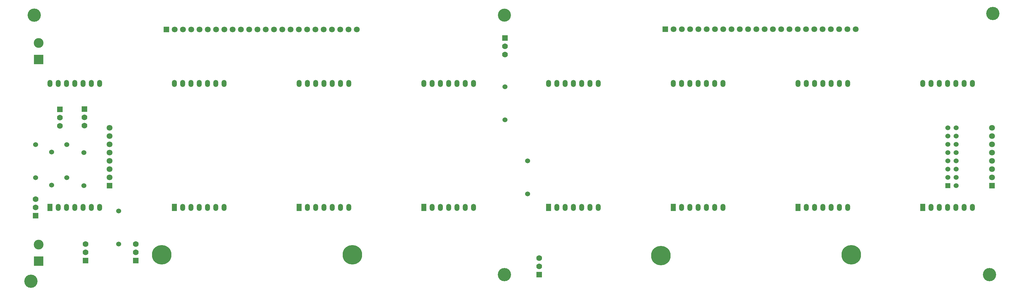
<source format=gts>
G04 (created by PCBNEW (2013-07-07 BZR 4022)-stable) date 3/3/2015 12:04:11 PM*
%MOIN*%
G04 Gerber Fmt 3.4, Leading zero omitted, Abs format*
%FSLAX34Y34*%
G01*
G70*
G90*
G04 APERTURE LIST*
%ADD10C,0.00590551*%
%ADD11R,0.0708661X0.0708661*%
%ADD12C,0.0708661*%
%ADD13C,0.06*%
%ADD14R,0.0590551X0.0866142*%
%ADD15O,0.0590551X0.0866142*%
%ADD16R,0.06X0.06*%
%ADD17R,0.1181X0.1181*%
%ADD18C,0.1181*%
%ADD19C,0.07*%
%ADD20R,0.07X0.07*%
%ADD21C,0.23622*%
%ADD22C,0.16*%
%ADD23C,0.15748*%
G04 APERTURE END LIST*
G54D10*
G54D11*
X34476Y-52409D03*
G54D12*
X34476Y-51409D03*
X34476Y-50409D03*
X34476Y-49409D03*
X34476Y-48409D03*
X34476Y-47409D03*
X34476Y-46409D03*
X34476Y-45409D03*
G54D11*
X41358Y-33503D03*
G54D12*
X42358Y-33503D03*
X43358Y-33503D03*
X44358Y-33503D03*
X45358Y-33503D03*
X46358Y-33503D03*
X47358Y-33503D03*
X48358Y-33503D03*
X49358Y-33503D03*
X50358Y-33503D03*
X51358Y-33503D03*
X52358Y-33503D03*
X53358Y-33503D03*
X54358Y-33503D03*
X55358Y-33503D03*
X56358Y-33503D03*
X57358Y-33503D03*
X58358Y-33503D03*
X59358Y-33503D03*
X60358Y-33503D03*
X61358Y-33503D03*
X62358Y-33503D03*
X63358Y-33503D03*
X64358Y-33503D03*
G54D11*
X101633Y-33484D03*
G54D12*
X102633Y-33484D03*
X103633Y-33484D03*
X104633Y-33484D03*
X105633Y-33484D03*
X106633Y-33484D03*
X107633Y-33484D03*
X108633Y-33484D03*
X109633Y-33484D03*
X110633Y-33484D03*
X111633Y-33484D03*
X112633Y-33484D03*
X113633Y-33484D03*
X114633Y-33484D03*
X115633Y-33484D03*
X116633Y-33484D03*
X117633Y-33484D03*
X118633Y-33484D03*
X119633Y-33484D03*
X120633Y-33484D03*
X121633Y-33484D03*
X122633Y-33484D03*
X123633Y-33484D03*
X124633Y-33484D03*
G54D13*
X31393Y-48433D03*
X31393Y-52433D03*
X29330Y-47456D03*
X29330Y-51456D03*
X82251Y-40456D03*
X82251Y-44456D03*
X84976Y-53433D03*
X84976Y-49433D03*
X27476Y-52366D03*
X27476Y-48366D03*
X25562Y-51456D03*
X25562Y-47456D03*
X35600Y-59475D03*
X35600Y-55475D03*
G54D14*
X117649Y-55059D03*
G54D15*
X118649Y-55059D03*
X119649Y-55059D03*
X120649Y-55059D03*
X121649Y-55059D03*
X122649Y-55059D03*
X123649Y-55059D03*
X123649Y-40059D03*
X122649Y-40059D03*
X121649Y-40059D03*
X120649Y-40059D03*
X119649Y-40059D03*
X118649Y-40059D03*
X117649Y-40059D03*
G54D14*
X42334Y-55059D03*
G54D15*
X43334Y-55059D03*
X44334Y-55059D03*
X45334Y-55059D03*
X46334Y-55059D03*
X47334Y-55059D03*
X48334Y-55059D03*
X48334Y-40059D03*
X47334Y-40059D03*
X46334Y-40059D03*
X45334Y-40059D03*
X44334Y-40059D03*
X43334Y-40059D03*
X42334Y-40059D03*
G54D14*
X72452Y-55059D03*
G54D15*
X73452Y-55059D03*
X74452Y-55059D03*
X75452Y-55059D03*
X76452Y-55059D03*
X77452Y-55059D03*
X78452Y-55059D03*
X78452Y-40059D03*
X77452Y-40059D03*
X76452Y-40059D03*
X75452Y-40059D03*
X74452Y-40059D03*
X73452Y-40059D03*
X72452Y-40059D03*
G54D14*
X102590Y-55059D03*
G54D15*
X103590Y-55059D03*
X104590Y-55059D03*
X105590Y-55059D03*
X106590Y-55059D03*
X107590Y-55059D03*
X108590Y-55059D03*
X108590Y-40059D03*
X107590Y-40059D03*
X106590Y-40059D03*
X105590Y-40059D03*
X104590Y-40059D03*
X103590Y-40059D03*
X102590Y-40059D03*
G54D14*
X87511Y-55059D03*
G54D15*
X88511Y-55059D03*
X89511Y-55059D03*
X90511Y-55059D03*
X91511Y-55059D03*
X92511Y-55059D03*
X93511Y-55059D03*
X93511Y-40059D03*
X92511Y-40059D03*
X91511Y-40059D03*
X90511Y-40059D03*
X89511Y-40059D03*
X88511Y-40059D03*
X87511Y-40059D03*
G54D14*
X57393Y-55059D03*
G54D15*
X58393Y-55059D03*
X59393Y-55059D03*
X60393Y-55059D03*
X61393Y-55059D03*
X62393Y-55059D03*
X63393Y-55059D03*
X63393Y-40059D03*
X62393Y-40059D03*
X61393Y-40059D03*
X60393Y-40059D03*
X59393Y-40059D03*
X58393Y-40059D03*
X57393Y-40059D03*
G54D14*
X27295Y-55059D03*
G54D15*
X28295Y-55059D03*
X29295Y-55059D03*
X30295Y-55059D03*
X31295Y-55059D03*
X32295Y-55059D03*
X33295Y-55059D03*
X33295Y-40059D03*
X32295Y-40059D03*
X31295Y-40059D03*
X30295Y-40059D03*
X29295Y-40059D03*
X28295Y-40059D03*
X27295Y-40059D03*
G54D14*
X132708Y-55059D03*
G54D15*
X133708Y-55059D03*
X134708Y-55059D03*
X135708Y-55059D03*
X136708Y-55059D03*
X137708Y-55059D03*
X138708Y-55059D03*
X138708Y-40059D03*
X137708Y-40059D03*
X136708Y-40059D03*
X135708Y-40059D03*
X134708Y-40059D03*
X133708Y-40059D03*
X132708Y-40059D03*
G54D11*
X141082Y-52405D03*
G54D12*
X141082Y-51405D03*
X141082Y-50405D03*
X141082Y-49405D03*
X141082Y-48405D03*
X141082Y-47405D03*
X141082Y-46405D03*
X141082Y-45405D03*
G54D16*
X135748Y-52409D03*
G54D13*
X136748Y-52409D03*
X135748Y-51409D03*
X136748Y-51409D03*
X135748Y-50409D03*
X136748Y-50409D03*
X135748Y-49409D03*
X136748Y-49409D03*
X135748Y-48409D03*
X136748Y-48409D03*
X135748Y-47409D03*
X136748Y-47409D03*
X135748Y-46409D03*
X136748Y-46409D03*
X135748Y-45409D03*
X136748Y-45409D03*
G54D17*
X25925Y-61551D03*
G54D18*
X25925Y-59551D03*
G54D17*
X25925Y-37161D03*
G54D18*
X25925Y-35161D03*
G54D19*
X31440Y-45145D03*
X31440Y-44145D03*
G54D20*
X31440Y-43145D03*
G54D19*
X82251Y-36551D03*
X82251Y-35551D03*
G54D20*
X82251Y-34551D03*
G54D19*
X28488Y-45196D03*
X28488Y-44196D03*
G54D20*
X28488Y-43196D03*
G54D19*
X86400Y-61200D03*
X86400Y-62200D03*
G54D20*
X86400Y-63200D03*
G54D19*
X25543Y-54043D03*
X25543Y-55043D03*
G54D20*
X25543Y-56043D03*
G54D19*
X31600Y-59500D03*
X31600Y-60500D03*
G54D20*
X31600Y-61500D03*
G54D19*
X37650Y-59500D03*
X37650Y-60500D03*
G54D20*
X37650Y-61500D03*
G54D21*
X101100Y-60875D03*
X124075Y-60775D03*
X40800Y-60800D03*
X63825Y-60775D03*
G54D22*
X140800Y-63200D03*
X25400Y-31800D03*
X141200Y-31600D03*
G54D23*
X82200Y-31800D03*
G54D22*
X25000Y-64000D03*
X82200Y-63200D03*
M02*

</source>
